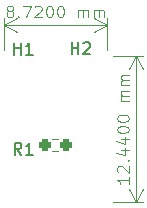
<source format=gbr>
%TF.GenerationSoftware,KiCad,Pcbnew,8.0.1*%
%TF.CreationDate,2025-01-22T20:18:37-07:00*%
%TF.ProjectId,LEDHolder,4c454448-6f6c-4646-9572-2e6b69636164,rev?*%
%TF.SameCoordinates,Original*%
%TF.FileFunction,Legend,Top*%
%TF.FilePolarity,Positive*%
%FSLAX46Y46*%
G04 Gerber Fmt 4.6, Leading zero omitted, Abs format (unit mm)*
G04 Created by KiCad (PCBNEW 8.0.1) date 2025-01-22 20:18:37*
%MOMM*%
%LPD*%
G01*
G04 APERTURE LIST*
G04 Aperture macros list*
%AMRoundRect*
0 Rectangle with rounded corners*
0 $1 Rounding radius*
0 $2 $3 $4 $5 $6 $7 $8 $9 X,Y pos of 4 corners*
0 Add a 4 corners polygon primitive as box body*
4,1,4,$2,$3,$4,$5,$6,$7,$8,$9,$2,$3,0*
0 Add four circle primitives for the rounded corners*
1,1,$1+$1,$2,$3*
1,1,$1+$1,$4,$5*
1,1,$1+$1,$6,$7*
1,1,$1+$1,$8,$9*
0 Add four rect primitives between the rounded corners*
20,1,$1+$1,$2,$3,$4,$5,0*
20,1,$1+$1,$4,$5,$6,$7,0*
20,1,$1+$1,$6,$7,$8,$9,0*
20,1,$1+$1,$8,$9,$2,$3,0*%
G04 Aperture macros list end*
%ADD10C,0.100000*%
%ADD11C,0.150000*%
%ADD12C,0.120000*%
%ADD13C,2.500000*%
%ADD14RoundRect,0.237500X0.250000X0.237500X-0.250000X0.237500X-0.250000X-0.237500X0.250000X-0.237500X0*%
%ADD15R,1.700000X1.700000*%
%ADD16O,1.700000X1.700000*%
G04 APERTURE END LIST*
D10*
X137607619Y-81175990D02*
X137512381Y-81128371D01*
X137512381Y-81128371D02*
X137464762Y-81080752D01*
X137464762Y-81080752D02*
X137417143Y-80985514D01*
X137417143Y-80985514D02*
X137417143Y-80937895D01*
X137417143Y-80937895D02*
X137464762Y-80842657D01*
X137464762Y-80842657D02*
X137512381Y-80795038D01*
X137512381Y-80795038D02*
X137607619Y-80747419D01*
X137607619Y-80747419D02*
X137798095Y-80747419D01*
X137798095Y-80747419D02*
X137893333Y-80795038D01*
X137893333Y-80795038D02*
X137940952Y-80842657D01*
X137940952Y-80842657D02*
X137988571Y-80937895D01*
X137988571Y-80937895D02*
X137988571Y-80985514D01*
X137988571Y-80985514D02*
X137940952Y-81080752D01*
X137940952Y-81080752D02*
X137893333Y-81128371D01*
X137893333Y-81128371D02*
X137798095Y-81175990D01*
X137798095Y-81175990D02*
X137607619Y-81175990D01*
X137607619Y-81175990D02*
X137512381Y-81223609D01*
X137512381Y-81223609D02*
X137464762Y-81271228D01*
X137464762Y-81271228D02*
X137417143Y-81366466D01*
X137417143Y-81366466D02*
X137417143Y-81556942D01*
X137417143Y-81556942D02*
X137464762Y-81652180D01*
X137464762Y-81652180D02*
X137512381Y-81699800D01*
X137512381Y-81699800D02*
X137607619Y-81747419D01*
X137607619Y-81747419D02*
X137798095Y-81747419D01*
X137798095Y-81747419D02*
X137893333Y-81699800D01*
X137893333Y-81699800D02*
X137940952Y-81652180D01*
X137940952Y-81652180D02*
X137988571Y-81556942D01*
X137988571Y-81556942D02*
X137988571Y-81366466D01*
X137988571Y-81366466D02*
X137940952Y-81271228D01*
X137940952Y-81271228D02*
X137893333Y-81223609D01*
X137893333Y-81223609D02*
X137798095Y-81175990D01*
X138417143Y-81652180D02*
X138464762Y-81699800D01*
X138464762Y-81699800D02*
X138417143Y-81747419D01*
X138417143Y-81747419D02*
X138369524Y-81699800D01*
X138369524Y-81699800D02*
X138417143Y-81652180D01*
X138417143Y-81652180D02*
X138417143Y-81747419D01*
X138798095Y-80747419D02*
X139464761Y-80747419D01*
X139464761Y-80747419D02*
X139036190Y-81747419D01*
X139798095Y-80842657D02*
X139845714Y-80795038D01*
X139845714Y-80795038D02*
X139940952Y-80747419D01*
X139940952Y-80747419D02*
X140179047Y-80747419D01*
X140179047Y-80747419D02*
X140274285Y-80795038D01*
X140274285Y-80795038D02*
X140321904Y-80842657D01*
X140321904Y-80842657D02*
X140369523Y-80937895D01*
X140369523Y-80937895D02*
X140369523Y-81033133D01*
X140369523Y-81033133D02*
X140321904Y-81175990D01*
X140321904Y-81175990D02*
X139750476Y-81747419D01*
X139750476Y-81747419D02*
X140369523Y-81747419D01*
X140988571Y-80747419D02*
X141083809Y-80747419D01*
X141083809Y-80747419D02*
X141179047Y-80795038D01*
X141179047Y-80795038D02*
X141226666Y-80842657D01*
X141226666Y-80842657D02*
X141274285Y-80937895D01*
X141274285Y-80937895D02*
X141321904Y-81128371D01*
X141321904Y-81128371D02*
X141321904Y-81366466D01*
X141321904Y-81366466D02*
X141274285Y-81556942D01*
X141274285Y-81556942D02*
X141226666Y-81652180D01*
X141226666Y-81652180D02*
X141179047Y-81699800D01*
X141179047Y-81699800D02*
X141083809Y-81747419D01*
X141083809Y-81747419D02*
X140988571Y-81747419D01*
X140988571Y-81747419D02*
X140893333Y-81699800D01*
X140893333Y-81699800D02*
X140845714Y-81652180D01*
X140845714Y-81652180D02*
X140798095Y-81556942D01*
X140798095Y-81556942D02*
X140750476Y-81366466D01*
X140750476Y-81366466D02*
X140750476Y-81128371D01*
X140750476Y-81128371D02*
X140798095Y-80937895D01*
X140798095Y-80937895D02*
X140845714Y-80842657D01*
X140845714Y-80842657D02*
X140893333Y-80795038D01*
X140893333Y-80795038D02*
X140988571Y-80747419D01*
X141940952Y-80747419D02*
X142036190Y-80747419D01*
X142036190Y-80747419D02*
X142131428Y-80795038D01*
X142131428Y-80795038D02*
X142179047Y-80842657D01*
X142179047Y-80842657D02*
X142226666Y-80937895D01*
X142226666Y-80937895D02*
X142274285Y-81128371D01*
X142274285Y-81128371D02*
X142274285Y-81366466D01*
X142274285Y-81366466D02*
X142226666Y-81556942D01*
X142226666Y-81556942D02*
X142179047Y-81652180D01*
X142179047Y-81652180D02*
X142131428Y-81699800D01*
X142131428Y-81699800D02*
X142036190Y-81747419D01*
X142036190Y-81747419D02*
X141940952Y-81747419D01*
X141940952Y-81747419D02*
X141845714Y-81699800D01*
X141845714Y-81699800D02*
X141798095Y-81652180D01*
X141798095Y-81652180D02*
X141750476Y-81556942D01*
X141750476Y-81556942D02*
X141702857Y-81366466D01*
X141702857Y-81366466D02*
X141702857Y-81128371D01*
X141702857Y-81128371D02*
X141750476Y-80937895D01*
X141750476Y-80937895D02*
X141798095Y-80842657D01*
X141798095Y-80842657D02*
X141845714Y-80795038D01*
X141845714Y-80795038D02*
X141940952Y-80747419D01*
X143464762Y-81747419D02*
X143464762Y-81080752D01*
X143464762Y-81175990D02*
X143512381Y-81128371D01*
X143512381Y-81128371D02*
X143607619Y-81080752D01*
X143607619Y-81080752D02*
X143750476Y-81080752D01*
X143750476Y-81080752D02*
X143845714Y-81128371D01*
X143845714Y-81128371D02*
X143893333Y-81223609D01*
X143893333Y-81223609D02*
X143893333Y-81747419D01*
X143893333Y-81223609D02*
X143940952Y-81128371D01*
X143940952Y-81128371D02*
X144036190Y-81080752D01*
X144036190Y-81080752D02*
X144179047Y-81080752D01*
X144179047Y-81080752D02*
X144274286Y-81128371D01*
X144274286Y-81128371D02*
X144321905Y-81223609D01*
X144321905Y-81223609D02*
X144321905Y-81747419D01*
X144798095Y-81747419D02*
X144798095Y-81080752D01*
X144798095Y-81175990D02*
X144845714Y-81128371D01*
X144845714Y-81128371D02*
X144940952Y-81080752D01*
X144940952Y-81080752D02*
X145083809Y-81080752D01*
X145083809Y-81080752D02*
X145179047Y-81128371D01*
X145179047Y-81128371D02*
X145226666Y-81223609D01*
X145226666Y-81223609D02*
X145226666Y-81747419D01*
X145226666Y-81223609D02*
X145274285Y-81128371D01*
X145274285Y-81128371D02*
X145369523Y-81080752D01*
X145369523Y-81080752D02*
X145512380Y-81080752D01*
X145512380Y-81080752D02*
X145607619Y-81128371D01*
X145607619Y-81128371D02*
X145655238Y-81223609D01*
X145655238Y-81223609D02*
X145655238Y-81747419D01*
X137200000Y-84470000D02*
X137200000Y-81803580D01*
X145920000Y-84470000D02*
X145920000Y-81803580D01*
X137200000Y-82390000D02*
X145920000Y-82390000D01*
X137200000Y-82390000D02*
X145920000Y-82390000D01*
X137200000Y-82390000D02*
X138326504Y-81803579D01*
X137200000Y-82390000D02*
X138326504Y-82976421D01*
X145920000Y-82390000D02*
X144793496Y-82976421D01*
X145920000Y-82390000D02*
X144793496Y-81803579D01*
X147757419Y-95237618D02*
X147757419Y-95809046D01*
X147757419Y-95523332D02*
X146757419Y-95523332D01*
X146757419Y-95523332D02*
X146900276Y-95618570D01*
X146900276Y-95618570D02*
X146995514Y-95713808D01*
X146995514Y-95713808D02*
X147043133Y-95809046D01*
X146852657Y-94856665D02*
X146805038Y-94809046D01*
X146805038Y-94809046D02*
X146757419Y-94713808D01*
X146757419Y-94713808D02*
X146757419Y-94475713D01*
X146757419Y-94475713D02*
X146805038Y-94380475D01*
X146805038Y-94380475D02*
X146852657Y-94332856D01*
X146852657Y-94332856D02*
X146947895Y-94285237D01*
X146947895Y-94285237D02*
X147043133Y-94285237D01*
X147043133Y-94285237D02*
X147185990Y-94332856D01*
X147185990Y-94332856D02*
X147757419Y-94904284D01*
X147757419Y-94904284D02*
X147757419Y-94285237D01*
X147662180Y-93856665D02*
X147709800Y-93809046D01*
X147709800Y-93809046D02*
X147757419Y-93856665D01*
X147757419Y-93856665D02*
X147709800Y-93904284D01*
X147709800Y-93904284D02*
X147662180Y-93856665D01*
X147662180Y-93856665D02*
X147757419Y-93856665D01*
X147090752Y-92951904D02*
X147757419Y-92951904D01*
X146709800Y-93189999D02*
X147424085Y-93428094D01*
X147424085Y-93428094D02*
X147424085Y-92809047D01*
X147090752Y-91999523D02*
X147757419Y-91999523D01*
X146709800Y-92237618D02*
X147424085Y-92475713D01*
X147424085Y-92475713D02*
X147424085Y-91856666D01*
X146757419Y-91285237D02*
X146757419Y-91189999D01*
X146757419Y-91189999D02*
X146805038Y-91094761D01*
X146805038Y-91094761D02*
X146852657Y-91047142D01*
X146852657Y-91047142D02*
X146947895Y-90999523D01*
X146947895Y-90999523D02*
X147138371Y-90951904D01*
X147138371Y-90951904D02*
X147376466Y-90951904D01*
X147376466Y-90951904D02*
X147566942Y-90999523D01*
X147566942Y-90999523D02*
X147662180Y-91047142D01*
X147662180Y-91047142D02*
X147709800Y-91094761D01*
X147709800Y-91094761D02*
X147757419Y-91189999D01*
X147757419Y-91189999D02*
X147757419Y-91285237D01*
X147757419Y-91285237D02*
X147709800Y-91380475D01*
X147709800Y-91380475D02*
X147662180Y-91428094D01*
X147662180Y-91428094D02*
X147566942Y-91475713D01*
X147566942Y-91475713D02*
X147376466Y-91523332D01*
X147376466Y-91523332D02*
X147138371Y-91523332D01*
X147138371Y-91523332D02*
X146947895Y-91475713D01*
X146947895Y-91475713D02*
X146852657Y-91428094D01*
X146852657Y-91428094D02*
X146805038Y-91380475D01*
X146805038Y-91380475D02*
X146757419Y-91285237D01*
X146757419Y-90332856D02*
X146757419Y-90237618D01*
X146757419Y-90237618D02*
X146805038Y-90142380D01*
X146805038Y-90142380D02*
X146852657Y-90094761D01*
X146852657Y-90094761D02*
X146947895Y-90047142D01*
X146947895Y-90047142D02*
X147138371Y-89999523D01*
X147138371Y-89999523D02*
X147376466Y-89999523D01*
X147376466Y-89999523D02*
X147566942Y-90047142D01*
X147566942Y-90047142D02*
X147662180Y-90094761D01*
X147662180Y-90094761D02*
X147709800Y-90142380D01*
X147709800Y-90142380D02*
X147757419Y-90237618D01*
X147757419Y-90237618D02*
X147757419Y-90332856D01*
X147757419Y-90332856D02*
X147709800Y-90428094D01*
X147709800Y-90428094D02*
X147662180Y-90475713D01*
X147662180Y-90475713D02*
X147566942Y-90523332D01*
X147566942Y-90523332D02*
X147376466Y-90570951D01*
X147376466Y-90570951D02*
X147138371Y-90570951D01*
X147138371Y-90570951D02*
X146947895Y-90523332D01*
X146947895Y-90523332D02*
X146852657Y-90475713D01*
X146852657Y-90475713D02*
X146805038Y-90428094D01*
X146805038Y-90428094D02*
X146757419Y-90332856D01*
X147757419Y-88809046D02*
X147090752Y-88809046D01*
X147185990Y-88809046D02*
X147138371Y-88761427D01*
X147138371Y-88761427D02*
X147090752Y-88666189D01*
X147090752Y-88666189D02*
X147090752Y-88523332D01*
X147090752Y-88523332D02*
X147138371Y-88428094D01*
X147138371Y-88428094D02*
X147233609Y-88380475D01*
X147233609Y-88380475D02*
X147757419Y-88380475D01*
X147233609Y-88380475D02*
X147138371Y-88332856D01*
X147138371Y-88332856D02*
X147090752Y-88237618D01*
X147090752Y-88237618D02*
X147090752Y-88094761D01*
X147090752Y-88094761D02*
X147138371Y-87999522D01*
X147138371Y-87999522D02*
X147233609Y-87951903D01*
X147233609Y-87951903D02*
X147757419Y-87951903D01*
X147757419Y-87475713D02*
X147090752Y-87475713D01*
X147185990Y-87475713D02*
X147138371Y-87428094D01*
X147138371Y-87428094D02*
X147090752Y-87332856D01*
X147090752Y-87332856D02*
X147090752Y-87189999D01*
X147090752Y-87189999D02*
X147138371Y-87094761D01*
X147138371Y-87094761D02*
X147233609Y-87047142D01*
X147233609Y-87047142D02*
X147757419Y-87047142D01*
X147233609Y-87047142D02*
X147138371Y-86999523D01*
X147138371Y-86999523D02*
X147090752Y-86904285D01*
X147090752Y-86904285D02*
X147090752Y-86761428D01*
X147090752Y-86761428D02*
X147138371Y-86666189D01*
X147138371Y-86666189D02*
X147233609Y-86618570D01*
X147233609Y-86618570D02*
X147757419Y-86618570D01*
X146420000Y-84970000D02*
X148986420Y-84970000D01*
X146420000Y-97410000D02*
X148986420Y-97410000D01*
X148400000Y-84970000D02*
X148400000Y-97410000D01*
X148400000Y-84970000D02*
X148400000Y-97410000D01*
X148400000Y-84970000D02*
X148986421Y-86096504D01*
X148400000Y-84970000D02*
X147813579Y-86096504D01*
X148400000Y-97410000D02*
X147813579Y-96283496D01*
X148400000Y-97410000D02*
X148986421Y-96283496D01*
D11*
X138048095Y-84884819D02*
X138048095Y-83884819D01*
X138048095Y-84361009D02*
X138619523Y-84361009D01*
X138619523Y-84884819D02*
X138619523Y-83884819D01*
X139619523Y-84884819D02*
X139048095Y-84884819D01*
X139333809Y-84884819D02*
X139333809Y-83884819D01*
X139333809Y-83884819D02*
X139238571Y-84027676D01*
X139238571Y-84027676D02*
X139143333Y-84122914D01*
X139143333Y-84122914D02*
X139048095Y-84170533D01*
X142908095Y-84834819D02*
X142908095Y-83834819D01*
X142908095Y-84311009D02*
X143479523Y-84311009D01*
X143479523Y-84834819D02*
X143479523Y-83834819D01*
X143908095Y-83930057D02*
X143955714Y-83882438D01*
X143955714Y-83882438D02*
X144050952Y-83834819D01*
X144050952Y-83834819D02*
X144289047Y-83834819D01*
X144289047Y-83834819D02*
X144384285Y-83882438D01*
X144384285Y-83882438D02*
X144431904Y-83930057D01*
X144431904Y-83930057D02*
X144479523Y-84025295D01*
X144479523Y-84025295D02*
X144479523Y-84120533D01*
X144479523Y-84120533D02*
X144431904Y-84263390D01*
X144431904Y-84263390D02*
X143860476Y-84834819D01*
X143860476Y-84834819D02*
X144479523Y-84834819D01*
X138653333Y-93364819D02*
X138320000Y-92888628D01*
X138081905Y-93364819D02*
X138081905Y-92364819D01*
X138081905Y-92364819D02*
X138462857Y-92364819D01*
X138462857Y-92364819D02*
X138558095Y-92412438D01*
X138558095Y-92412438D02*
X138605714Y-92460057D01*
X138605714Y-92460057D02*
X138653333Y-92555295D01*
X138653333Y-92555295D02*
X138653333Y-92698152D01*
X138653333Y-92698152D02*
X138605714Y-92793390D01*
X138605714Y-92793390D02*
X138558095Y-92841009D01*
X138558095Y-92841009D02*
X138462857Y-92888628D01*
X138462857Y-92888628D02*
X138081905Y-92888628D01*
X139605714Y-93364819D02*
X139034286Y-93364819D01*
X139320000Y-93364819D02*
X139320000Y-92364819D01*
X139320000Y-92364819D02*
X139224762Y-92507676D01*
X139224762Y-92507676D02*
X139129524Y-92602914D01*
X139129524Y-92602914D02*
X139034286Y-92650533D01*
D12*
%TO.C,R1*%
X141802224Y-92047500D02*
X141292776Y-92047500D01*
X141802224Y-93092500D02*
X141292776Y-93092500D01*
%TD*%
%LPC*%
D13*
%TO.C,H1*%
X139100000Y-90560000D03*
%TD*%
%TO.C,H2*%
X143960000Y-90510000D03*
%TD*%
D14*
%TO.C,R1*%
X142460000Y-92570000D03*
X140635000Y-92570000D03*
%TD*%
D15*
%TO.C,J1*%
X140355000Y-87380000D03*
D16*
X142895000Y-87380000D03*
%TD*%
%LPD*%
M02*

</source>
